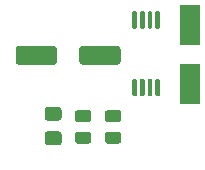
<source format=gtp>
G04 #@! TF.GenerationSoftware,KiCad,Pcbnew,(5.1.10)-1*
G04 #@! TF.CreationDate,2021-10-26T19:42:31+01:00*
G04 #@! TF.ProjectId,drv120_solenoid_driver,64727631-3230-45f7-936f-6c656e6f6964,rev?*
G04 #@! TF.SameCoordinates,Original*
G04 #@! TF.FileFunction,Paste,Top*
G04 #@! TF.FilePolarity,Positive*
%FSLAX46Y46*%
G04 Gerber Fmt 4.6, Leading zero omitted, Abs format (unit mm)*
G04 Created by KiCad (PCBNEW (5.1.10)-1) date 2021-10-26 19:42:31*
%MOMM*%
%LPD*%
G01*
G04 APERTURE LIST*
%ADD10R,1.800000X3.500000*%
G04 APERTURE END LIST*
G36*
G01*
X151779000Y-107095000D02*
X151579000Y-107095000D01*
G75*
G02*
X151479000Y-106995000I0J100000D01*
G01*
X151479000Y-105720000D01*
G75*
G02*
X151579000Y-105620000I100000J0D01*
G01*
X151779000Y-105620000D01*
G75*
G02*
X151879000Y-105720000I0J-100000D01*
G01*
X151879000Y-106995000D01*
G75*
G02*
X151779000Y-107095000I-100000J0D01*
G01*
G37*
G36*
G01*
X152429000Y-107095000D02*
X152229000Y-107095000D01*
G75*
G02*
X152129000Y-106995000I0J100000D01*
G01*
X152129000Y-105720000D01*
G75*
G02*
X152229000Y-105620000I100000J0D01*
G01*
X152429000Y-105620000D01*
G75*
G02*
X152529000Y-105720000I0J-100000D01*
G01*
X152529000Y-106995000D01*
G75*
G02*
X152429000Y-107095000I-100000J0D01*
G01*
G37*
G36*
G01*
X153079000Y-107095000D02*
X152879000Y-107095000D01*
G75*
G02*
X152779000Y-106995000I0J100000D01*
G01*
X152779000Y-105720000D01*
G75*
G02*
X152879000Y-105620000I100000J0D01*
G01*
X153079000Y-105620000D01*
G75*
G02*
X153179000Y-105720000I0J-100000D01*
G01*
X153179000Y-106995000D01*
G75*
G02*
X153079000Y-107095000I-100000J0D01*
G01*
G37*
G36*
G01*
X153729000Y-107095000D02*
X153529000Y-107095000D01*
G75*
G02*
X153429000Y-106995000I0J100000D01*
G01*
X153429000Y-105720000D01*
G75*
G02*
X153529000Y-105620000I100000J0D01*
G01*
X153729000Y-105620000D01*
G75*
G02*
X153829000Y-105720000I0J-100000D01*
G01*
X153829000Y-106995000D01*
G75*
G02*
X153729000Y-107095000I-100000J0D01*
G01*
G37*
G36*
G01*
X153729000Y-112820000D02*
X153529000Y-112820000D01*
G75*
G02*
X153429000Y-112720000I0J100000D01*
G01*
X153429000Y-111445000D01*
G75*
G02*
X153529000Y-111345000I100000J0D01*
G01*
X153729000Y-111345000D01*
G75*
G02*
X153829000Y-111445000I0J-100000D01*
G01*
X153829000Y-112720000D01*
G75*
G02*
X153729000Y-112820000I-100000J0D01*
G01*
G37*
G36*
G01*
X153079000Y-112820000D02*
X152879000Y-112820000D01*
G75*
G02*
X152779000Y-112720000I0J100000D01*
G01*
X152779000Y-111445000D01*
G75*
G02*
X152879000Y-111345000I100000J0D01*
G01*
X153079000Y-111345000D01*
G75*
G02*
X153179000Y-111445000I0J-100000D01*
G01*
X153179000Y-112720000D01*
G75*
G02*
X153079000Y-112820000I-100000J0D01*
G01*
G37*
G36*
G01*
X152429000Y-112820000D02*
X152229000Y-112820000D01*
G75*
G02*
X152129000Y-112720000I0J100000D01*
G01*
X152129000Y-111445000D01*
G75*
G02*
X152229000Y-111345000I100000J0D01*
G01*
X152429000Y-111345000D01*
G75*
G02*
X152529000Y-111445000I0J-100000D01*
G01*
X152529000Y-112720000D01*
G75*
G02*
X152429000Y-112820000I-100000J0D01*
G01*
G37*
G36*
G01*
X151779000Y-112820000D02*
X151579000Y-112820000D01*
G75*
G02*
X151479000Y-112720000I0J100000D01*
G01*
X151479000Y-111445000D01*
G75*
G02*
X151579000Y-111345000I100000J0D01*
G01*
X151779000Y-111345000D01*
G75*
G02*
X151879000Y-111445000I0J-100000D01*
G01*
X151879000Y-112720000D01*
G75*
G02*
X151779000Y-112820000I-100000J0D01*
G01*
G37*
D10*
X156337000Y-111743500D03*
X156337000Y-106743500D03*
G36*
G01*
X150500000Y-108797000D02*
X150500000Y-109897000D01*
G75*
G02*
X150250000Y-110147000I-250000J0D01*
G01*
X147250000Y-110147000D01*
G75*
G02*
X147000000Y-109897000I0J250000D01*
G01*
X147000000Y-108797000D01*
G75*
G02*
X147250000Y-108547000I250000J0D01*
G01*
X150250000Y-108547000D01*
G75*
G02*
X150500000Y-108797000I0J-250000D01*
G01*
G37*
G36*
G01*
X145100000Y-108797000D02*
X145100000Y-109897000D01*
G75*
G02*
X144850000Y-110147000I-250000J0D01*
G01*
X141850000Y-110147000D01*
G75*
G02*
X141600000Y-109897000I0J250000D01*
G01*
X141600000Y-108797000D01*
G75*
G02*
X141850000Y-108547000I250000J0D01*
G01*
X144850000Y-108547000D01*
G75*
G02*
X145100000Y-108797000I0J-250000D01*
G01*
G37*
G36*
G01*
X146869998Y-113978000D02*
X147770002Y-113978000D01*
G75*
G02*
X148020000Y-114227998I0J-249998D01*
G01*
X148020000Y-114753002D01*
G75*
G02*
X147770002Y-115003000I-249998J0D01*
G01*
X146869998Y-115003000D01*
G75*
G02*
X146620000Y-114753002I0J249998D01*
G01*
X146620000Y-114227998D01*
G75*
G02*
X146869998Y-113978000I249998J0D01*
G01*
G37*
G36*
G01*
X146869998Y-115803000D02*
X147770002Y-115803000D01*
G75*
G02*
X148020000Y-116052998I0J-249998D01*
G01*
X148020000Y-116578002D01*
G75*
G02*
X147770002Y-116828000I-249998J0D01*
G01*
X146869998Y-116828000D01*
G75*
G02*
X146620000Y-116578002I0J249998D01*
G01*
X146620000Y-116052998D01*
G75*
G02*
X146869998Y-115803000I249998J0D01*
G01*
G37*
G36*
G01*
X149409998Y-115803000D02*
X150310002Y-115803000D01*
G75*
G02*
X150560000Y-116052998I0J-249998D01*
G01*
X150560000Y-116578002D01*
G75*
G02*
X150310002Y-116828000I-249998J0D01*
G01*
X149409998Y-116828000D01*
G75*
G02*
X149160000Y-116578002I0J249998D01*
G01*
X149160000Y-116052998D01*
G75*
G02*
X149409998Y-115803000I249998J0D01*
G01*
G37*
G36*
G01*
X149409998Y-113978000D02*
X150310002Y-113978000D01*
G75*
G02*
X150560000Y-114227998I0J-249998D01*
G01*
X150560000Y-114753002D01*
G75*
G02*
X150310002Y-115003000I-249998J0D01*
G01*
X149409998Y-115003000D01*
G75*
G02*
X149160000Y-114753002I0J249998D01*
G01*
X149160000Y-114227998D01*
G75*
G02*
X149409998Y-113978000I249998J0D01*
G01*
G37*
G36*
G01*
X144305000Y-113712500D02*
X145255000Y-113712500D01*
G75*
G02*
X145505000Y-113962500I0J-250000D01*
G01*
X145505000Y-114637500D01*
G75*
G02*
X145255000Y-114887500I-250000J0D01*
G01*
X144305000Y-114887500D01*
G75*
G02*
X144055000Y-114637500I0J250000D01*
G01*
X144055000Y-113962500D01*
G75*
G02*
X144305000Y-113712500I250000J0D01*
G01*
G37*
G36*
G01*
X144305000Y-115787500D02*
X145255000Y-115787500D01*
G75*
G02*
X145505000Y-116037500I0J-250000D01*
G01*
X145505000Y-116712500D01*
G75*
G02*
X145255000Y-116962500I-250000J0D01*
G01*
X144305000Y-116962500D01*
G75*
G02*
X144055000Y-116712500I0J250000D01*
G01*
X144055000Y-116037500D01*
G75*
G02*
X144305000Y-115787500I250000J0D01*
G01*
G37*
M02*

</source>
